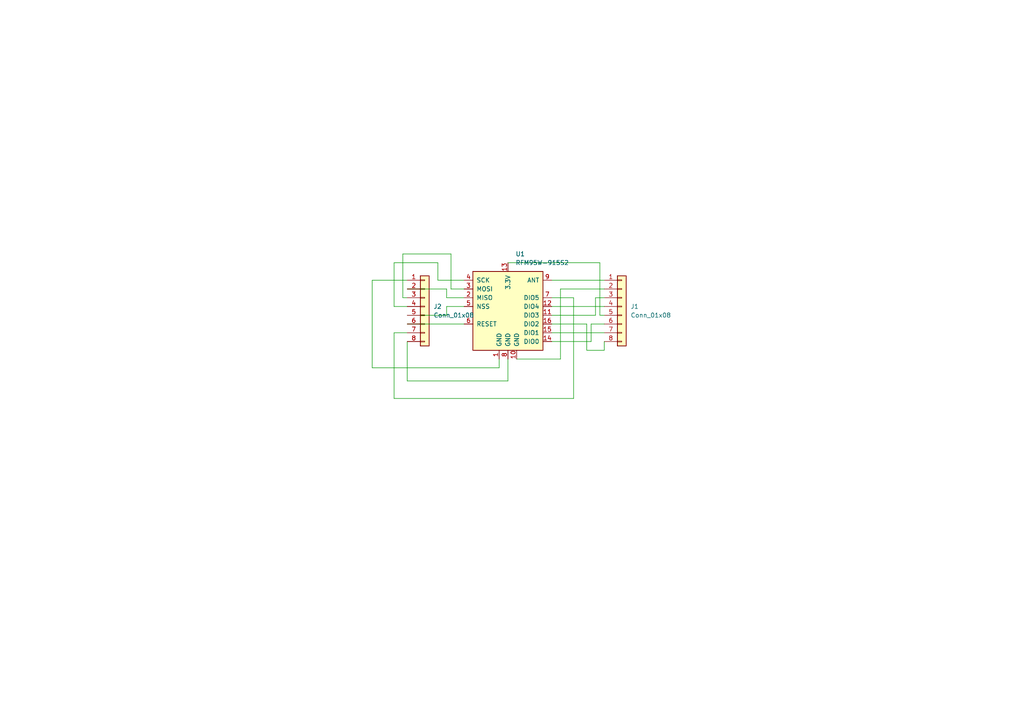
<source format=kicad_sch>
(kicad_sch (version 20231120) (generator "eeschema") (generator_version "8.0")
  (paper "A4")
  (lib_symbols
    (symbol "Connector_Generic:Conn_01x08" (pin_names (offset 1.016) hide)
      (property "Reference" "J" (at 0 10.16 0))
      (property "Value" "Conn_01x08" (at 0 -12.7 0))
      (symbol "Conn_01x08_1_1"
        (rectangle (start -1.27 -10.033) (end 0 -10.287) (stroke (width 0.1524)))
        (rectangle (start -1.27 -7.493) (end 0 -7.747) (stroke (width 0.1524)))
        (rectangle (start -1.27 -4.953) (end 0 -5.207) (stroke (width 0.1524)))
        (rectangle (start -1.27 -2.413) (end 0 -2.667) (stroke (width 0.1524)))
        (rectangle (start -1.27 0.127) (end 0 -0.127) (stroke (width 0.1524)))
        (rectangle (start -1.27 2.667) (end 0 2.413) (stroke (width 0.1524)))
        (rectangle (start -1.27 5.207) (end 0 4.953) (stroke (width 0.1524)))
        (rectangle (start -1.27 7.747) (end 0 7.493) (stroke (width 0.1524)))
        (rectangle (start -1.27 8.89) (end 1.27 -11.43) (stroke (width 0.254)) (fill (type background)))
        (pin passive line (at -5.08 7.62 0) (length 3.81) (name "Pin_1") (number "1"))
        (pin passive line (at -5.08 5.08 0) (length 3.81) (name "Pin_2") (number "2"))
        (pin passive line (at -5.08 2.54 0) (length 3.81) (name "Pin_3") (number "3"))
        (pin passive line (at -5.08 0 0) (length 3.81) (name "Pin_4") (number "4"))
        (pin passive line (at -5.08 -2.54 0) (length 3.81) (name "Pin_5") (number "5"))
        (pin passive line (at -5.08 -5.08 0) (length 3.81) (name "Pin_6") (number "6"))
        (pin passive line (at -5.08 -7.62 0) (length 3.81) (name "Pin_7") (number "7"))
        (pin passive line (at -5.08 -10.16 0) (length 3.81) (name "Pin_8") (number "8"))
      )
    )
    (symbol "RF_Module:RFM95W-915S2" (pin_names (offset 1.016))
      (property "Reference" "U" (at -10.414 11.684 0))
      (property "Value" "RFM95W-915S2" (at 1.524 11.43 0))
      (symbol "RFM95W-915S2_0_1"
        (rectangle (start -10.16 10.16) (end 10.16 -12.7) (stroke (width 0.254)) (fill (type background)))
      )
      (symbol "RFM95W-915S2_1_1"
        (pin power_in line (at -2.54 -15.24 90) (length 2.54) (name "GND") (number "1"))
        (pin power_in line (at 2.54 -15.24 90) (length 2.54) (name "GND") (number "10"))
        (pin bidirectional line (at 12.7 -2.54 180) (length 2.54) (name "DIO3") (number "11"))
        (pin bidirectional line (at 12.7 0 180) (length 2.54) (name "DIO4") (number "12"))
        (pin power_in line (at 0 12.7 270) (length 2.54) (name "3.3V") (number "13"))
        (pin bidirectional line (at 12.7 -10.16 180) (length 2.54) (name "DIO0") (number "14"))
        (pin bidirectional line (at 12.7 -7.62 180) (length 2.54) (name "DIO1") (number "15"))
        (pin bidirectional line (at 12.7 -5.08 180) (length 2.54) (name "DIO2") (number "16"))
        (pin output line (at -12.7 2.54 0) (length 2.54) (name "MISO") (number "2"))
        (pin input line (at -12.7 5.08 0) (length 2.54) (name "MOSI") (number "3"))
        (pin input line (at -12.7 7.62 0) (length 2.54) (name "SCK") (number "4"))
        (pin input line (at -12.7 0 0) (length 2.54) (name "NSS") (number "5"))
        (pin bidirectional line (at -12.7 -5.08 0) (length 2.54) (name "RESET") (number "6"))
        (pin bidirectional line (at 12.7 2.54 180) (length 2.54) (name "DIO5") (number "7"))
        (pin power_in line (at 0 -15.24 90) (length 2.54) (name "GND") (number "8"))
        (pin bidirectional line (at 12.7 7.62 180) (length 2.54) (name "ANT") (number "9"))
      )
    )
  )
  (wire (pts (xy 172.72 86.36) (xy 175.26 86.36)))
  (wire (pts (xy 114.3 96.52) (xy 114.3 115.57)))
  (wire (pts (xy 147.32 76.2) (xy 173.99 76.2)))
  (wire (pts (xy 107.95 81.28) (xy 107.95 106.68)))
  (wire (pts (xy 172.72 91.44) (xy 172.72 86.36)))
  (wire (pts (xy 118.11 110.49) (xy 118.11 99.06)))
  (wire (pts (xy 129.54 88.9) (xy 129.54 91.44)))
  (wire (pts (xy 118.11 81.28) (xy 107.95 81.28)))
  (wire (pts (xy 160.02 93.98) (xy 170.18 93.98)))
  (wire (pts (xy 129.54 86.36) (xy 129.54 83.82)))
  (wire (pts (xy 129.54 91.44) (xy 118.11 91.44)))
  (wire (pts (xy 134.62 83.82) (xy 130.81 83.82)))
  (wire (pts (xy 162.56 83.82) (xy 175.26 83.82)))
  (wire (pts (xy 116.84 86.36) (xy 118.11 86.36)))
  (wire (pts (xy 118.11 93.98) (xy 134.62 93.98)))
  (wire (pts (xy 107.95 106.68) (xy 144.78 106.68)))
  (wire (pts (xy 160.02 96.52) (xy 175.26 96.52)))
  (wire (pts (xy 171.45 99.06) (xy 171.45 93.98)))
  (wire (pts (xy 160.02 81.28) (xy 175.26 81.28)))
  (wire (pts (xy 175.26 101.6) (xy 175.26 99.06)))
  (wire (pts (xy 130.81 73.66) (xy 116.84 73.66)))
  (wire (pts (xy 130.81 83.82) (xy 130.81 73.66)))
  (wire (pts (xy 160.02 91.44) (xy 172.72 91.44)))
  (wire (pts (xy 173.99 76.2) (xy 173.99 91.44)))
  (wire (pts (xy 160.02 88.9) (xy 175.26 88.9)))
  (wire (pts (xy 127 76.2) (xy 114.3 76.2)))
  (wire (pts (xy 160.02 99.06) (xy 171.45 99.06)))
  (wire (pts (xy 114.3 88.9) (xy 118.11 88.9)))
  (wire (pts (xy 173.99 91.44) (xy 175.26 91.44)))
  (wire (pts (xy 147.32 104.14) (xy 147.32 110.49)))
  (wire (pts (xy 127 81.28) (xy 127 76.2)))
  (wire (pts (xy 166.37 86.36) (xy 160.02 86.36)))
  (wire (pts (xy 170.18 101.6) (xy 175.26 101.6)))
  (wire (pts (xy 171.45 93.98) (xy 175.26 93.98)))
  (wire (pts (xy 114.3 115.57) (xy 166.37 115.57)))
  (wire (pts (xy 144.78 106.68) (xy 144.78 104.14)))
  (wire (pts (xy 134.62 86.36) (xy 129.54 86.36)))
  (wire (pts (xy 147.32 110.49) (xy 118.11 110.49)))
  (wire (pts (xy 134.62 81.28) (xy 127 81.28)))
  (wire (pts (xy 116.84 73.66) (xy 116.84 86.36)))
  (wire (pts (xy 134.62 88.9) (xy 129.54 88.9)))
  (wire (pts (xy 162.56 104.14) (xy 162.56 83.82)))
  (wire (pts (xy 118.11 96.52) (xy 114.3 96.52)))
  (wire (pts (xy 129.54 83.82) (xy 118.11 83.82)))
  (wire (pts (xy 114.3 76.2) (xy 114.3 88.9)))
  (wire (pts (xy 149.86 104.14) (xy 162.56 104.14)))
  (wire (pts (xy 166.37 115.57) (xy 166.37 86.36)))
  (wire (pts (xy 170.18 93.98) (xy 170.18 101.6)))
  (symbol (lib_id "Connector_Generic:Conn_01x08") (at 180.34 88.9 0) (unit 1)
    (property "Reference" "J1" (at 182.88 88.8999 0) (effects (justify left)))
    (property "Value" "Conn_01x08" (at 182.88 91.4399 0) (effects (justify left)))
    (property "Footprint" "Connector_PinHeader_2.54mm:PinHeader_1x08_P2.54mm_Vertical" (effects (hide yes)))
    (property "Description" "Generic connector, single row, 01x08, script generated (kicad-library-utils/schlib/autogen/connector/)" (effects (hide yes)))
  )
  (symbol (lib_id "RF_Module:RFM95W-915S2") (at 147.32 88.9 0) (unit 1)
    (property "Reference" "U1" (at 149.5141 73.66 0) (effects (justify left)))
    (property "Value" "RFM95W-915S2" (at 149.5141 76.2 0) (effects (justify left)))
    (property "Footprint" "RF_Module:HOPERF_RFM9XW_SMD" (effects (hide yes)))
    (property "Datasheet" "https://www.hoperf.com/data/upload/portal/20181127/5bfcbea20e9ef.pdf" (effects (hide yes)))
    (property "Description" "Low power long range transceiver module, SPI and parallel interface, 915 MHz, spreading factor 6 to12, bandwidth 7.8 to 500kHz, -111 to -148 dBm, SMD-16, DIP-16" (effects (hide yes)))
  )
  (symbol (lib_id "Connector_Generic:Conn_01x08") (at 123.19 88.9 0) (unit 1)
    (property "Reference" "J2" (at 125.73 88.8999 0) (effects (justify left)))
    (property "Value" "Conn_01x08" (at 125.73 91.4399 0) (effects (justify left)))
    (property "Footprint" "Connector_PinHeader_2.54mm:PinHeader_1x08_P2.54mm_Vertical" (effects (hide yes)))
    (property "Description" "Generic connector, single row, 01x08, script generated (kicad-library-utils/schlib/autogen/connector/)" (effects (hide yes)))
  )
)
</source>
